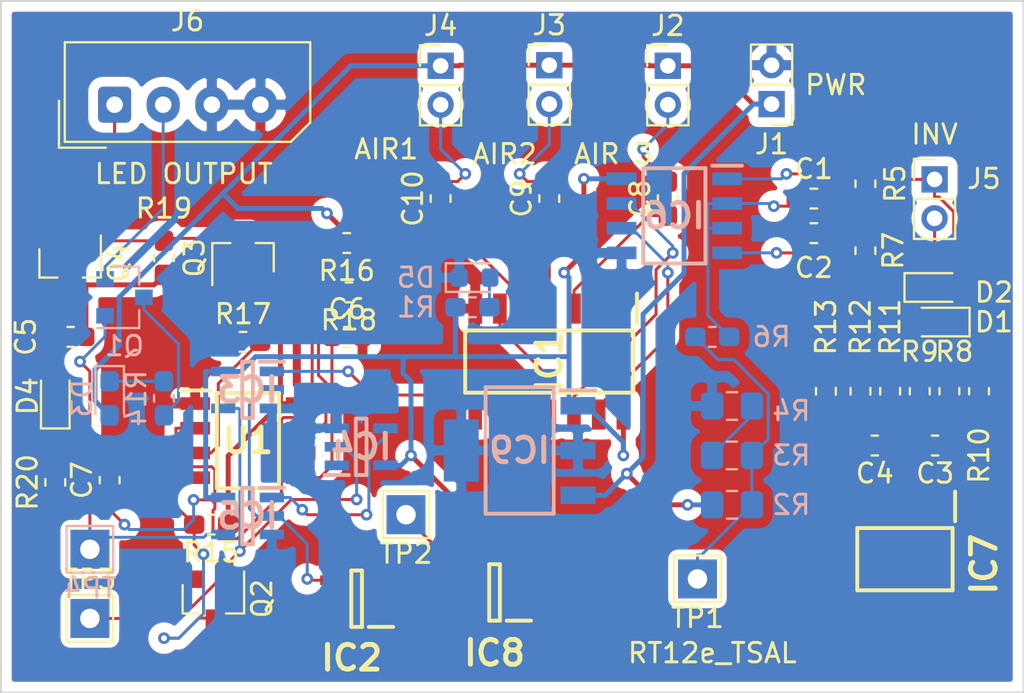
<source format=kicad_pcb>
(kicad_pcb (version 20171130) (host pcbnew "(5.1.4)-1")
  (layers (0 F.Cu signal) (31 B.Cu signal) (34 B.Paste user) (35 F.Paste user hide) (36 B.SilkS user hide) (37 F.SilkS user) (38 B.Mask user) (39 F.Mask user hide) (44 Edge.Cuts user))
  (net 0 "")
  (net 1 "Net-(C1-Pad2)")
  (net 2 "Net-(C1-Pad1)")
  (net 3 GND)
  (net 4 "Net-(C3-Pad1)")
  (net 5 "Net-(D2-Pad1)")
  (net 6 "Net-(IC1-Pad11)")
  (net 7 "Net-(IC1-Pad10)")
  (net 8 "Net-(IC1-Pad9)")
  (net 9 "Net-(IC1-Pad8)")
  (net 10 +12V)
  (net 11 "Net-(IC1-Pad2)")
  (net 12 "Net-(IC1-Pad1)")
  (net 13 "Net-(Q1-Pad3)")
  (net 14 "Net-(Q3-Pad1)")
  (net 15 "Net-(C2-Pad2)")
  (net 16 "Net-(C3-Pad2)")
  (net 17 "Net-(C4-Pad2)")
  (net 18 "Net-(C4-Pad1)")
  (net 19 "Net-(C6-Pad1)")
  (net 20 "Net-(C7-Pad1)")
  (net 21 "/Implausiility Detection/ANALOG_BATT")
  (net 22 "Net-(D1-Pad1)")
  (net 23 "/Implausiility Detection/ANALOG_INV")
  (net 24 "Net-(D3-Pad1)")
  (net 25 /LEDS/RED+)
  (net 26 "Net-(D4-Pad1)")
  (net 27 "Net-(D5-Pad2)")
  (net 28 +5V)
  (net 29 "/Implausiility Detection/U_INV")
  (net 30 "/Implausiility Detection/U_BATT")
  (net 31 "Net-(IC2-Pad4)")
  (net 32 "/Implausiility Detection/TS_ERROR")
  (net 33 "Net-(IC2-Pad1)")
  (net 34 /LEDS/RED)
  (net 35 "Net-(IC4-Pad4)")
  (net 36 "Net-(IC4-Pad1)")
  (net 37 /LEDS/GREEN)
  (net 38 "Net-(IC7-Pad7)")
  (net 39 "Net-(IC7-Pad6)")
  (net 40 /LEDS/GRN+)
  (net 41 "Net-(Q2-Pad3)")
  (net 42 "Net-(Q3-Pad3)")
  (net 43 "/Implausiility Detection/U_ref")
  (net 44 "Net-(R3-Pad2)")
  (net 45 "Net-(R16-Pad2)")
  (net 46 "Net-(R17-Pad2)")
  (net 47 "Net-(C8-Pad2)")
  (net 48 "Net-(C8-Pad1)")
  (net 49 "Net-(C9-Pad2)")
  (net 50 "Net-(C9-Pad1)")
  (net 51 "Net-(C10-Pad2)")
  (net 52 "Net-(C10-Pad1)")
  (module Resistor_SMD:R_0603_1608Metric_Pad1.05x0.95mm_HandSolder (layer F.Cu) (at 115.965 83.312 180)
    (fp_text reference R15 (at 0 -1.43) (layer F.SilkS))
    (fp_text value R_0603_22K_5%)
    (pad 2 smd roundrect (at 0.875 0 180) (size 1.05 0.95) (layers F.Cu F.Paste F.Mask) (net 41 "Net-(Q2-Pad3)"))
    (pad 1 smd roundrect (at -0.875 0 180) (size 1.05 0.95) (layers F.Cu F.Paste F.Mask) (net 10 +12V))
  )
  (module SamacSys_Parts:SOT230P700X180-4N (layer B.Cu) (at 131.826 79.502 180)
    (fp_text reference IC9 (at 0 0) (layer B.SilkS) (effects (font (size 1.27 1.27) (thickness 0.254)) (justify mirror)))
    (fp_text value ZSR500GTA hide)
    (pad 4 smd rect (at 3 0 180) (size 1.8 3.2) (layers B.Cu B.Paste B.Mask) (net 3 GND))
    (pad 3 smd rect (at -3 -2.3 90) (size 0.9 1.8) (layers B.Cu B.Paste B.Mask) (net 10 +12V))
    (pad 2 smd rect (at -3 0 90) (size 0.9 1.8) (layers B.Cu B.Paste B.Mask) (net 3 GND))
    (pad 1 smd rect (at -3 2.3 90) (size 0.9 1.8) (layers B.Cu B.Paste B.Mask) (net 28 +5V))
  )
  (module SamacSys_Parts:SOT95P275X110-5N (layer F.Cu) (at 130.536 86.802 180)
    (fp_text reference IC8 (at 0 -3.114) (layer F.SilkS) (effects (font (size 1.27 1.27) (thickness 0.254))))
    (fp_text value 74LV1T08GVH_AND hide)
    (pad 5 smd rect (at 1.25 -0.95 270) (size 0.5 1.25) (layers F.Cu F.Paste F.Mask) (net 28 +5V))
    (pad 4 smd rect (at 1.25 0.95 270) (size 0.5 1.25) (layers F.Cu F.Paste F.Mask) (net 32 "/Implausiility Detection/TS_ERROR"))
    (pad 3 smd rect (at -1.25 0.95 270) (size 0.5 1.25) (layers F.Cu F.Paste F.Mask) (net 3 GND))
    (pad 2 smd rect (at -1.25 0 270) (size 0.5 1.25) (layers F.Cu F.Paste F.Mask) (net 39 "Net-(IC7-Pad6)"))
    (pad 1 smd rect (at -1.25 -0.95 270) (size 0.5 1.25) (layers F.Cu F.Paste F.Mask) (net 38 "Net-(IC7-Pad7)"))
  )
  (module SamacSys_Parts:SOIC127P599X175-8N (layer F.Cu) (at 151.638 85.09 270)
    (fp_text reference IC7 (at 0.254 -4.064 90) (layer F.SilkS) (effects (font (size 1.27 1.27) (thickness 0.254))))
    (fp_text value LT1720CS8#PBF hide)
    (pad 8 smd rect (at 2.712 -1.905) (size 0.65 1.526) (layers F.Cu F.Paste F.Mask) (net 28 +5V))
    (pad 7 smd rect (at 2.712 -0.635) (size 0.65 1.526) (layers F.Cu F.Paste F.Mask) (net 38 "Net-(IC7-Pad7)"))
    (pad 6 smd rect (at 2.712 0.635) (size 0.65 1.526) (layers F.Cu F.Paste F.Mask) (net 39 "Net-(IC7-Pad6)"))
    (pad 5 smd rect (at 2.712 1.905) (size 0.65 1.526) (layers F.Cu F.Paste F.Mask) (net 3 GND))
    (pad 4 smd rect (at -2.712 1.905) (size 0.65 1.526) (layers F.Cu F.Paste F.Mask) (net 17 "Net-(C4-Pad2)"))
    (pad 3 smd rect (at -2.712 0.635) (size 0.65 1.526) (layers F.Cu F.Paste F.Mask) (net 18 "Net-(C4-Pad1)"))
    (pad 2 smd rect (at -2.712 -0.635) (size 0.65 1.526) (layers F.Cu F.Paste F.Mask) (net 16 "Net-(C3-Pad2)"))
    (pad 1 smd rect (at -2.712 -1.905) (size 0.65 1.526) (layers F.Cu F.Paste F.Mask) (net 4 "Net-(C3-Pad1)"))
  )
  (module SamacSys_Parts:SOIC127P599X175-8N (layer B.Cu) (at 139.782 67.437 180)
    (fp_text reference IC6 (at 0 0) (layer B.SilkS) (effects (font (size 1.27 1.27) (thickness 0.254)) (justify mirror)))
    (fp_text value LT1720CS8#PBF hide)
    (pad 8 smd rect (at 2.712 1.905 90) (size 0.65 1.526) (layers B.Cu B.Paste B.Mask) (net 28 +5V))
    (pad 7 smd rect (at 2.712 0.635 90) (size 0.65 1.526) (layers B.Cu B.Paste B.Mask) (net 30 "/Implausiility Detection/U_BATT"))
    (pad 6 smd rect (at 2.712 -0.635 90) (size 0.65 1.526) (layers B.Cu B.Paste B.Mask) (net 29 "/Implausiility Detection/U_INV"))
    (pad 5 smd rect (at 2.712 -1.905 90) (size 0.65 1.526) (layers B.Cu B.Paste B.Mask) (net 3 GND))
    (pad 4 smd rect (at -2.712 -1.905 90) (size 0.65 1.526) (layers B.Cu B.Paste B.Mask) (net 15 "Net-(C2-Pad2)"))
    (pad 3 smd rect (at -2.712 -0.635 90) (size 0.65 1.526) (layers B.Cu B.Paste B.Mask) (net 1 "Net-(C1-Pad2)"))
    (pad 2 smd rect (at -2.712 0.635 90) (size 0.65 1.526) (layers B.Cu B.Paste B.Mask) (net 1 "Net-(C1-Pad2)"))
    (pad 1 smd rect (at -2.712 1.905 90) (size 0.65 1.526) (layers B.Cu B.Paste B.Mask) (net 2 "Net-(C1-Pad1)"))
  )
  (module SamacSys_Parts:SOT95P275X110-5N (layer B.Cu) (at 117.836 82.87 180)
    (fp_text reference IC5 (at 0 0 180) (layer B.SilkS) (effects (font (size 1.27 1.27) (thickness 0.254)) (justify mirror)))
    (fp_text value 74LV1T08GVH_AND hide)
    (pad 5 smd rect (at 1.25 0.95 90) (size 0.5 1.25) (layers B.Cu B.Paste B.Mask) (net 28 +5V))
    (pad 4 smd rect (at 1.25 -0.95 90) (size 0.5 1.25) (layers B.Cu B.Paste B.Mask) (net 37 /LEDS/GREEN))
    (pad 3 smd rect (at -1.25 -0.95 90) (size 0.5 1.25) (layers B.Cu B.Paste B.Mask) (net 3 GND))
    (pad 2 smd rect (at -1.25 0 90) (size 0.5 1.25) (layers B.Cu B.Paste B.Mask) (net 31 "Net-(IC2-Pad4)"))
    (pad 1 smd rect (at -1.25 0.95 90) (size 0.5 1.25) (layers B.Cu B.Paste B.Mask) (net 35 "Net-(IC4-Pad4)"))
  )
  (module SamacSys_Parts:SOT95P275X110-5N (layer B.Cu) (at 123.678 79.314)
    (fp_text reference IC4 (at 0 0 180) (layer B.SilkS) (effects (font (size 1.27 1.27) (thickness 0.254)) (justify mirror)))
    (fp_text value 74HC1G04GV-Q100H_INV hide)
    (pad 5 smd rect (at 1.25 0.95 270) (size 0.5 1.25) (layers B.Cu B.Paste B.Mask) (net 28 +5V))
    (pad 4 smd rect (at 1.25 -0.95 270) (size 0.5 1.25) (layers B.Cu B.Paste B.Mask) (net 35 "Net-(IC4-Pad4)"))
    (pad 3 smd rect (at -1.25 -0.95 270) (size 0.5 1.25) (layers B.Cu B.Paste B.Mask) (net 3 GND))
    (pad 2 smd rect (at -1.25 0 270) (size 0.5 1.25) (layers B.Cu B.Paste B.Mask) (net 34 /LEDS/RED))
    (pad 1 smd rect (at -1.25 0.95 270) (size 0.5 1.25) (layers B.Cu B.Paste B.Mask) (net 36 "Net-(IC4-Pad1)"))
  )
  (module SamacSys_Parts:SOT95P275X110-5N (layer B.Cu) (at 117.836 76.388 180)
    (fp_text reference IC3 (at 0 0 180) (layer B.SilkS) (effects (font (size 1.27 1.27) (thickness 0.254)) (justify mirror)))
    (fp_text value 74LV1T08GVH_AND hide)
    (pad 5 smd rect (at 1.25 0.95 90) (size 0.5 1.25) (layers B.Cu B.Paste B.Mask) (net 28 +5V))
    (pad 4 smd rect (at 1.25 -0.95 90) (size 0.5 1.25) (layers B.Cu B.Paste B.Mask) (net 34 /LEDS/RED))
    (pad 3 smd rect (at -1.25 -0.95 90) (size 0.5 1.25) (layers B.Cu B.Paste B.Mask) (net 3 GND))
    (pad 2 smd rect (at -1.25 0 90) (size 0.5 1.25) (layers B.Cu B.Paste B.Mask) (net 31 "Net-(IC2-Pad4)"))
    (pad 1 smd rect (at -1.25 0.95 90) (size 0.5 1.25) (layers B.Cu B.Paste B.Mask) (net 7 "Net-(IC1-Pad10)"))
  )
  (module SamacSys_Parts:SOT95P275X110-5N (layer F.Cu) (at 123.444 87.122 180)
    (fp_text reference IC2 (at 0.254 -3.048) (layer F.SilkS) (effects (font (size 1.27 1.27) (thickness 0.254))))
    (fp_text value 74HC1G04GV-Q100H_INV hide)
    (pad 5 smd rect (at 1.25 -0.95 270) (size 0.5 1.25) (layers F.Cu F.Paste F.Mask) (net 28 +5V))
    (pad 4 smd rect (at 1.25 0.95 270) (size 0.5 1.25) (layers F.Cu F.Paste F.Mask) (net 31 "Net-(IC2-Pad4)"))
    (pad 3 smd rect (at -1.25 0.95 270) (size 0.5 1.25) (layers F.Cu F.Paste F.Mask) (net 3 GND))
    (pad 2 smd rect (at -1.25 0 270) (size 0.5 1.25) (layers F.Cu F.Paste F.Mask) (net 32 "/Implausiility Detection/TS_ERROR"))
    (pad 1 smd rect (at -1.25 -0.95 270) (size 0.5 1.25) (layers F.Cu F.Paste F.Mask) (net 33 "Net-(IC2-Pad1)"))
  )
  (module SamacSys_Parts:SOIC127P600X175-14N (layer F.Cu) (at 133.35 74.93 270)
    (fp_text reference IC1 (at 0 0 90) (layer F.SilkS) (effects (font (size 1.27 1.27) (thickness 0.254))))
    (fp_text value 74HCT4075D,653 hide)
    (pad 14 smd rect (at 2.725 -3.81) (size 0.7 1.55) (layers F.Cu F.Paste F.Mask) (net 28 +5V))
    (pad 13 smd rect (at 2.725 -2.54) (size 0.7 1.55) (layers F.Cu F.Paste F.Mask) (net 29 "/Implausiility Detection/U_INV"))
    (pad 12 smd rect (at 2.725 -1.27) (size 0.7 1.55) (layers F.Cu F.Paste F.Mask) (net 30 "/Implausiility Detection/U_BATT"))
    (pad 11 smd rect (at 2.725 0) (size 0.7 1.55) (layers F.Cu F.Paste F.Mask) (net 6 "Net-(IC1-Pad11)"))
    (pad 10 smd rect (at 2.725 1.27) (size 0.7 1.55) (layers F.Cu F.Paste F.Mask) (net 7 "Net-(IC1-Pad10)"))
    (pad 9 smd rect (at 2.725 2.54) (size 0.7 1.55) (layers F.Cu F.Paste F.Mask) (net 8 "Net-(IC1-Pad9)"))
    (pad 8 smd rect (at 2.725 3.81) (size 0.7 1.55) (layers F.Cu F.Paste F.Mask) (net 9 "Net-(IC1-Pad8)"))
    (pad 7 smd rect (at -2.725 3.81) (size 0.7 1.55) (layers F.Cu F.Paste F.Mask) (net 3 GND))
    (pad 6 smd rect (at -2.725 2.54) (size 0.7 1.55) (layers F.Cu F.Paste F.Mask) (net 6 "Net-(IC1-Pad11)"))
    (pad 5 smd rect (at -2.725 1.27) (size 0.7 1.55) (layers F.Cu F.Paste F.Mask) (net 52 "Net-(C10-Pad1)"))
    (pad 4 smd rect (at -2.725 0) (size 0.7 1.55) (layers F.Cu F.Paste F.Mask) (net 50 "Net-(C9-Pad1)"))
    (pad 3 smd rect (at -2.725 -1.27) (size 0.7 1.55) (layers F.Cu F.Paste F.Mask) (net 48 "Net-(C8-Pad1)"))
    (pad 2 smd rect (at -2.725 -2.54) (size 0.7 1.55) (layers F.Cu F.Paste F.Mask) (net 11 "Net-(IC1-Pad2)"))
    (pad 1 smd rect (at -2.725 -3.81) (size 0.7 1.55) (layers F.Cu F.Paste F.Mask) (net 12 "Net-(IC1-Pad1)"))
  )
  (module Connector_PinHeader_2.00mm:PinHeader_1x02_P2.00mm_Vertical (layer F.Cu) (at 144.78 61.69 180)
    (fp_text reference J1 (at 0 -2.06) (layer F.SilkS))
    (fp_text value LVS)
    (pad 2 thru_hole oval (at 0 2 180) (size 1.35 1.35) (drill 0.8) (layers *.Cu *.Mask) (net 3 GND))
    (pad 1 thru_hole rect (at 0 0 180) (size 1.35 1.35) (drill 0.8) (layers *.Cu *.Mask) (net 10 +12V))
  )
  (module SamacSys_Parts:NE555DR (layer F.Cu) (at 117.856 78.994)
    (fp_text reference U1 (at 0 0) (layer F.SilkS) (effects (font (size 1.27 1.27) (thickness 0.254))))
    (fp_text value NE555 hide)
    (pad 8 smd rect (at 2.712 -1.905 90) (size 0.65 1.525) (layers F.Cu F.Paste) (net 10 +12V))
    (pad 7 smd rect (at 2.712 -0.635 90) (size 0.65 1.525) (layers F.Cu F.Paste) (net 45 "Net-(R16-Pad2)"))
    (pad 6 smd rect (at 2.712 0.635 90) (size 0.65 1.525) (layers F.Cu F.Paste) (net 20 "Net-(C7-Pad1)"))
    (pad 5 smd rect (at 2.712 1.905 90) (size 0.65 1.525) (layers F.Cu F.Paste) (net 19 "Net-(C6-Pad1)"))
    (pad 4 smd rect (at -2.712 1.905 90) (size 0.65 1.525) (layers F.Cu F.Paste) (net 41 "Net-(Q2-Pad3)"))
    (pad 3 smd rect (at -2.712 0.635 90) (size 0.65 1.525) (layers F.Cu F.Paste) (net 46 "Net-(R17-Pad2)"))
    (pad 2 smd rect (at -2.712 -0.635 90) (size 0.65 1.525) (layers F.Cu F.Paste) (net 20 "Net-(C7-Pad1)"))
    (pad 1 smd rect (at -2.712 -1.905 90) (size 0.65 1.525) (layers F.Cu F.Paste) (net 3 GND))
  )
  (module TestPoint:TestPoint_THTPad_2.0x2.0mm_Drill1.0mm (layer B.Cu) (at 109.728 84.582)
    (fp_text reference TP4 (at 0 1.998) (layer B.SilkS) (effects (justify mirror)))
    (fp_text value GRN)
    (pad 1 thru_hole rect (at 0 0) (size 2 2) (drill 1) (layers *.Cu *.Mask) (net 37 /LEDS/GREEN))
  )
  (module TestPoint:TestPoint_THTPad_2.0x2.0mm_Drill1.0mm (layer F.Cu) (at 109.728 88.138)
    (fp_text reference TP3 (at 0 -1.998) (layer F.SilkS))
    (fp_text value RED)
    (pad 1 thru_hole rect (at 0 0) (size 2 2) (drill 1) (layers *.Cu *.Mask) (net 34 /LEDS/RED))
  )
  (module TestPoint:TestPoint_THTPad_2.0x2.0mm_Drill1.0mm (layer F.Cu) (at 125.984 82.804 180)
    (fp_text reference TP2 (at 0 -1.998) (layer F.SilkS))
    (fp_text value TS_Error)
    (pad 1 thru_hole rect (at 0 0 180) (size 2 2) (drill 1) (layers *.Cu *.Mask) (net 32 "/Implausiility Detection/TS_ERROR"))
  )
  (module TestPoint:TestPoint_THTPad_2.0x2.0mm_Drill1.0mm (layer F.Cu) (at 140.97 86.106 180)
    (fp_text reference TP1 (at 0 -1.998) (layer F.SilkS))
    (fp_text value Vref)
    (pad 1 thru_hole rect (at 0 0 180) (size 2 2) (drill 1) (layers *.Cu *.Mask) (net 43 "/Implausiility Detection/U_ref"))
  )
  (module Resistor_SMD:R_0603_1608Metric_Pad1.05x0.95mm_HandSolder (layer F.Cu) (at 107.95 81.139 90)
    (fp_text reference R20 (at 0 -1.43 90) (layer F.SilkS))
    (fp_text value R_0603_2K2_5%)
    (pad 2 smd roundrect (at 0.875 0 90) (size 1.05 0.95) (layers F.Cu F.Paste F.Mask) (net 26 "Net-(D4-Pad1)"))
    (pad 1 smd roundrect (at -0.875 0 90) (size 1.05 0.95) (layers F.Cu F.Paste F.Mask) (net 3 GND))
  )
  (module Resistor_SMD:R_0603_1608Metric_Pad1.05x0.95mm_HandSolder (layer F.Cu) (at 113.538 69.596 90)
    (fp_text reference R19 (at 2.54 0 180) (layer F.SilkS))
    (fp_text value R_0603_10K_5%)
    (pad 2 smd roundrect (at 0.875 0 90) (size 1.05 0.95) (layers F.Cu F.Paste F.Mask) (net 42 "Net-(Q3-Pad3)"))
    (pad 1 smd roundrect (at -0.875 0 90) (size 1.05 0.95) (layers F.Cu F.Paste F.Mask) (net 10 +12V))
  )
  (module Resistor_SMD:R_0603_1608Metric_Pad1.05x0.95mm_HandSolder (layer F.Cu) (at 123.049 71.374 180)
    (fp_text reference R18 (at 0 -1.43) (layer F.SilkS))
    (fp_text value R_0603_220K_5%)
    (pad 2 smd roundrect (at 0.875 0 180) (size 1.05 0.95) (layers F.Cu F.Paste F.Mask) (net 20 "Net-(C7-Pad1)"))
    (pad 1 smd roundrect (at -0.875 0 180) (size 1.05 0.95) (layers F.Cu F.Paste F.Mask) (net 45 "Net-(R16-Pad2)"))
  )
  (module Resistor_SMD:R_0603_1608Metric_Pad1.05x0.95mm_HandSolder (layer F.Cu) (at 117.602 73.914)
    (fp_text reference R17 (at 0 -1.43) (layer F.SilkS))
    (fp_text value R_0603_47_5%)
    (pad 2 smd roundrect (at 0.875 0) (size 1.05 0.95) (layers F.Cu F.Paste F.Mask) (net 46 "Net-(R17-Pad2)"))
    (pad 1 smd roundrect (at -0.875 0) (size 1.05 0.95) (layers F.Cu F.Paste F.Mask) (net 14 "Net-(Q3-Pad1)"))
  )
  (module Resistor_SMD:R_0603_1608Metric_Pad1.05x0.95mm_HandSolder (layer F.Cu) (at 122.936 68.834 180)
    (fp_text reference R16 (at 0 -1.43) (layer F.SilkS))
    (fp_text value R_0603_22K_5%)
    (pad 2 smd roundrect (at 0.875 0 180) (size 1.05 0.95) (layers F.Cu F.Paste F.Mask) (net 45 "Net-(R16-Pad2)"))
    (pad 1 smd roundrect (at -0.875 0 180) (size 1.05 0.95) (layers F.Cu F.Paste F.Mask) (net 10 +12V))
  )
  (module Resistor_SMD:R_0603_1608Metric_Pad1.05x0.95mm_HandSolder (layer B.Cu) (at 113.538 76.821 270)
    (fp_text reference R14 (at 0 1.43 270) (layer B.SilkS) (effects (justify mirror)))
    (fp_text value R_0603_2K2_5%)
    (pad 2 smd roundrect (at 0.875 0 270) (size 1.05 0.95) (layers B.Cu B.Paste B.Mask) (net 13 "Net-(Q1-Pad3)"))
    (pad 1 smd roundrect (at -0.875 0 270) (size 1.05 0.95) (layers B.Cu B.Paste B.Mask) (net 24 "Net-(D3-Pad1)"))
  )
  (module Resistor_SMD:R_0603_1608Metric_Pad1.05x0.95mm_HandSolder (layer F.Cu) (at 147.574 76.454 270)
    (fp_text reference R13 (at -3.302 0 90) (layer F.SilkS))
    (fp_text value R_0603_10K_1%)
    (pad 2 smd roundrect (at 0.875 0 270) (size 1.05 0.95) (layers F.Cu F.Paste F.Mask) (net 3 GND))
    (pad 1 smd roundrect (at -0.875 0 270) (size 1.05 0.95) (layers F.Cu F.Paste F.Mask) (net 22 "Net-(D1-Pad1)"))
  )
  (module Resistor_SMD:R_0603_1608Metric_Pad1.05x0.95mm_HandSolder (layer F.Cu) (at 149.352 76.454 270)
    (fp_text reference R12 (at -3.302 0 90) (layer F.SilkS))
    (fp_text value R_0603_100_1%)
    (pad 2 smd roundrect (at 0.875 0 270) (size 1.05 0.95) (layers F.Cu F.Paste F.Mask) (net 17 "Net-(C4-Pad2)"))
    (pad 1 smd roundrect (at -0.875 0 270) (size 1.05 0.95) (layers F.Cu F.Paste F.Mask) (net 22 "Net-(D1-Pad1)"))
  )
  (module Resistor_SMD:R_0603_1608Metric_Pad1.05x0.95mm_HandSolder (layer F.Cu) (at 150.876 76.454 90)
    (fp_text reference R11 (at 3.302 0 90) (layer F.SilkS))
    (fp_text value R_0603_100_1%)
    (pad 2 smd roundrect (at 0.875 0 90) (size 1.05 0.95) (layers F.Cu F.Paste F.Mask) (net 23 "/Implausiility Detection/ANALOG_INV"))
    (pad 1 smd roundrect (at -0.875 0 90) (size 1.05 0.95) (layers F.Cu F.Paste F.Mask) (net 18 "Net-(C4-Pad1)"))
  )
  (module Resistor_SMD:R_0603_1608Metric (layer F.Cu) (at 155.448 76.454 270)
    (fp_text reference R10 (at 3.302 0 270) (layer F.SilkS))
    (fp_text value R_0603_10K_1%)
    (pad 2 smd roundrect (at 0.7875 0 270) (size 0.875 0.95) (layers F.Cu F.Paste F.Mask) (net 3 GND))
    (pad 1 smd roundrect (at -0.7875 0 270) (size 0.875 0.95) (layers F.Cu F.Paste F.Mask) (net 5 "Net-(D2-Pad1)"))
  )
  (module Resistor_SMD:R_0603_1608Metric (layer F.Cu) (at 152.4 76.454 270)
    (fp_text reference R9 (at -2.032 0 180) (layer F.SilkS))
    (fp_text value R_0603_100_1%)
    (pad 2 smd roundrect (at 0.7875 0 270) (size 0.875 0.95) (layers F.Cu F.Paste F.Mask) (net 16 "Net-(C3-Pad2)"))
    (pad 1 smd roundrect (at -0.7875 0 270) (size 0.875 0.95) (layers F.Cu F.Paste F.Mask) (net 5 "Net-(D2-Pad1)"))
  )
  (module Resistor_SMD:R_0603_1608Metric (layer F.Cu) (at 153.924 76.454 90)
    (fp_text reference R8 (at 2.032 0.254 180) (layer F.SilkS))
    (fp_text value R_0603_100_1%)
    (pad 2 smd roundrect (at 0.7875 0 90) (size 0.875 0.95) (layers F.Cu F.Paste F.Mask) (net 21 "/Implausiility Detection/ANALOG_BATT"))
    (pad 1 smd roundrect (at -0.7875 0 90) (size 0.875 0.95) (layers F.Cu F.Paste F.Mask) (net 4 "Net-(C3-Pad1)"))
  )
  (module Resistor_SMD:R_0603_1608Metric_Pad1.05x0.95mm_HandSolder (layer F.Cu) (at 149.606 69.229 270)
    (fp_text reference R7 (at 0 -1.43 90) (layer F.SilkS))
    (fp_text value R_0603_100_1%)
    (pad 2 smd roundrect (at 0.875 0 270) (size 1.05 0.95) (layers F.Cu F.Paste F.Mask) (net 23 "/Implausiility Detection/ANALOG_INV"))
    (pad 1 smd roundrect (at -0.875 0 270) (size 1.05 0.95) (layers F.Cu F.Paste F.Mask) (net 15 "Net-(C2-Pad2)"))
  )
  (module Resistor_SMD:R_0603_1608Metric_Pad1.05x0.95mm_HandSolder (layer B.Cu) (at 141.732 73.66)
    (fp_text reference R6 (at 3.048 0) (layer B.SilkS) (effects (justify mirror)))
    (fp_text value R_0603_100_1%)
    (pad 2 smd roundrect (at 0.875 0) (size 1.05 0.95) (layers B.Cu B.Paste B.Mask) (net 1 "Net-(C1-Pad2)"))
    (pad 1 smd roundrect (at -0.875 0) (size 1.05 0.95) (layers B.Cu B.Paste B.Mask) (net 43 "/Implausiility Detection/U_ref"))
  )
  (module Resistor_SMD:R_0603_1608Metric_Pad1.05x0.95mm_HandSolder (layer F.Cu) (at 149.606 65.786 90)
    (fp_text reference R5 (at 0 1.524 90) (layer F.SilkS))
    (fp_text value R_0603_100_1%)
    (pad 2 smd roundrect (at 0.875 0 90) (size 1.05 0.95) (layers F.Cu F.Paste F.Mask) (net 21 "/Implausiility Detection/ANALOG_BATT"))
    (pad 1 smd roundrect (at -0.875 0 90) (size 1.05 0.95) (layers F.Cu F.Paste F.Mask) (net 2 "Net-(C1-Pad1)"))
  )
  (module Resistor_SMD:R_0805_2012Metric_Pad1.15x1.40mm_HandSolder (layer B.Cu) (at 142.748 77.216 180)
    (fp_text reference R4 (at -3.048 -0.254) (layer B.SilkS) (effects (justify mirror)))
    (fp_text value R_0805_575_1%)
    (pad 2 smd roundrect (at 1.025 0 180) (size 1.15 1.4) (layers B.Cu B.Paste B.Mask) (roundrect_rratio 0.217391) (net 3 GND))
    (pad 1 smd roundrect (at -1.025 0 180) (size 1.15 1.4) (layers B.Cu B.Paste B.Mask) (roundrect_rratio 0.217391) (net 44 "Net-(R3-Pad2)"))
  )
  (module Resistor_SMD:R_0805_2012Metric_Pad1.15x1.40mm_HandSolder (layer B.Cu) (at 142.739 79.756 180)
    (fp_text reference R3 (at -3.057 0) (layer B.SilkS) (effects (justify mirror)))
    (fp_text value R_0805_575_1%)
    (pad 2 smd roundrect (at 1.025 0 180) (size 1.15 1.4) (layers B.Cu B.Paste B.Mask) (roundrect_rratio 0.217391) (net 44 "Net-(R3-Pad2)"))
    (pad 1 smd roundrect (at -1.025 0 180) (size 1.15 1.4) (layers B.Cu B.Paste B.Mask) (roundrect_rratio 0.217391) (net 43 "/Implausiility Detection/U_ref"))
  )
  (module Resistor_SMD:R_0805_2012Metric_Pad1.15x1.40mm_HandSolder (layer B.Cu) (at 142.748 82.296)
    (fp_text reference R2 (at 3.048 0) (layer B.SilkS) (effects (justify mirror)))
    (fp_text value R_0805_2320_1%)
    (pad 2 smd roundrect (at 1.025 0) (size 1.15 1.4) (layers B.Cu B.Paste B.Mask) (roundrect_rratio 0.217391) (net 43 "/Implausiility Detection/U_ref"))
    (pad 1 smd roundrect (at -1.025 0) (size 1.15 1.4) (layers B.Cu B.Paste B.Mask) (roundrect_rratio 0.217391) (net 10 +12V))
  )
  (module Resistor_SMD:R_0603_1608Metric_Pad1.05x0.95mm_HandSolder (layer B.Cu) (at 129.399 72.136)
    (fp_text reference R1 (at -2.907 0) (layer B.SilkS) (effects (justify mirror)))
    (fp_text value R_0603_1K_5%)
    (pad 2 smd roundrect (at 0.875 0) (size 1.05 0.95) (layers B.Cu B.Paste B.Mask) (net 27 "Net-(D5-Pad2)"))
    (pad 1 smd roundrect (at -0.875 0) (size 1.05 0.95) (layers B.Cu B.Paste B.Mask) (net 28 +5V))
  )
  (module Package_TO_SOT_SMD:SOT-23 (layer F.Cu) (at 108.712 69.85 270)
    (fp_text reference Q4 (at 0 -2.5 90) (layer F.SilkS))
    (fp_text value BSS84)
    (pad 3 smd rect (at 1 0 270) (size 0.9 0.8) (layers F.Cu F.Paste F.Mask) (net 10 +12V))
    (pad 2 smd rect (at -1 0.95 270) (size 0.9 0.8) (layers F.Cu F.Paste F.Mask) (net 25 /LEDS/RED+))
    (pad 1 smd rect (at -1 -0.95 270) (size 0.9 0.8) (layers F.Cu F.Paste F.Mask) (net 42 "Net-(Q3-Pad3)"))
  )
  (module Package_TO_SOT_SMD:SOT-23 (layer F.Cu) (at 117.602 69.596 90)
    (fp_text reference Q3 (at 0 -2.5 90) (layer F.SilkS))
    (fp_text value BSS123)
    (pad 3 smd rect (at 1 0 90) (size 0.9 0.8) (layers F.Cu F.Paste F.Mask) (net 42 "Net-(Q3-Pad3)"))
    (pad 2 smd rect (at -1 0.95 90) (size 0.9 0.8) (layers F.Cu F.Paste F.Mask) (net 3 GND))
    (pad 1 smd rect (at -1 -0.95 90) (size 0.9 0.8) (layers F.Cu F.Paste F.Mask) (net 14 "Net-(Q3-Pad1)"))
  )
  (module Package_TO_SOT_SMD:SOT-23 (layer F.Cu) (at 116.078 87.122 270)
    (fp_text reference Q2 (at 0 -2.5 90) (layer F.SilkS))
    (fp_text value BSS123)
    (pad 3 smd rect (at 1 0 270) (size 0.9 0.8) (layers F.Cu F.Paste F.Mask) (net 41 "Net-(Q2-Pad3)"))
    (pad 2 smd rect (at -1 0.95 270) (size 0.9 0.8) (layers F.Cu F.Paste F.Mask) (net 3 GND))
    (pad 1 smd rect (at -1 -0.95 270) (size 0.9 0.8) (layers F.Cu F.Paste F.Mask) (net 34 /LEDS/RED))
  )
  (module Package_TO_SOT_SMD:SOT-23 (layer B.Cu) (at 111.506 71.628)
    (fp_text reference Q1 (at 0 2.5 180) (layer B.SilkS) (effects (justify mirror)))
    (fp_text value BSS123)
    (pad 3 smd rect (at 1 0) (size 0.9 0.8) (layers B.Cu B.Paste B.Mask) (net 13 "Net-(Q1-Pad3)"))
    (pad 2 smd rect (at -1 -0.95) (size 0.9 0.8) (layers B.Cu B.Paste B.Mask) (net 40 /LEDS/GRN+))
    (pad 1 smd rect (at -1 0.95) (size 0.9 0.8) (layers B.Cu B.Paste B.Mask) (net 37 /LEDS/GREEN))
  )
  (module Connector_Molex:Molex_SPOX_5267-04A_1x04_P2.50mm_Vertical (layer F.Cu) (at 110.998 61.722)
    (fp_text reference J6 (at 3.75 -4.3) (layer F.SilkS))
    (fp_text value INDICATOR_LED)
    (pad 4 thru_hole oval (at 7.5 0) (size 1.7 1.85) (drill 0.85) (layers *.Cu *.Mask) (net 3 GND))
    (pad 3 thru_hole oval (at 5 0) (size 1.7 1.85) (drill 0.85) (layers *.Cu *.Mask) (net 3 GND))
    (pad 2 thru_hole oval (at 2.5 0) (size 1.7 1.85) (drill 0.85) (layers *.Cu *.Mask) (net 40 /LEDS/GRN+))
    (pad 1 thru_hole roundrect (at 0 0) (size 1.7 1.85) (drill 0.85) (layers *.Cu *.Mask) (roundrect_rratio 0.147059) (net 25 /LEDS/RED+))
  )
  (module Connector_PinHeader_2.00mm:PinHeader_1x02_P2.00mm_Vertical (layer F.Cu) (at 153.162 65.564)
    (fp_text reference J5 (at 2.54 -0.032) (layer F.SilkS))
    (fp_text value BATT_n_INV)
    (pad 2 thru_hole oval (at 0 2) (size 1.35 1.35) (drill 0.8) (layers *.Cu *.Mask) (net 23 "/Implausiility Detection/ANALOG_INV"))
    (pad 1 thru_hole rect (at 0 0) (size 1.35 1.35) (drill 0.8) (layers *.Cu *.Mask) (net 21 "/Implausiility Detection/ANALOG_BATT"))
  )
  (module Connector_PinHeader_2.00mm:PinHeader_1x02_P2.00mm_Vertical (layer F.Cu) (at 127.762 59.722)
    (fp_text reference J4 (at 0 -2.06) (layer F.SilkS))
    (fp_text value AIR_PRE)
    (pad 2 thru_hole oval (at 0 2) (size 1.35 1.35) (drill 0.8) (layers *.Cu *.Mask) (net 51 "Net-(C10-Pad2)"))
    (pad 1 thru_hole rect (at 0 0) (size 1.35 1.35) (drill 0.8) (layers *.Cu *.Mask) (net 10 +12V))
  )
  (module Connector_PinHeader_2.00mm:PinHeader_1x02_P2.00mm_Vertical (layer F.Cu) (at 133.35 59.69)
    (fp_text reference J3 (at 0 -2.06) (layer F.SilkS))
    (fp_text value AIR2)
    (pad 2 thru_hole oval (at 0 2) (size 1.35 1.35) (drill 0.8) (layers *.Cu *.Mask) (net 49 "Net-(C9-Pad2)"))
    (pad 1 thru_hole rect (at 0 0) (size 1.35 1.35) (drill 0.8) (layers *.Cu *.Mask) (net 10 +12V))
  )
  (module Connector_PinHeader_2.00mm:PinHeader_1x02_P2.00mm_Vertical (layer F.Cu) (at 139.446 59.722)
    (fp_text reference J2 (at 0 -2.06) (layer F.SilkS))
    (fp_text value AIR1)
    (pad 2 thru_hole oval (at 0 2) (size 1.35 1.35) (drill 0.8) (layers *.Cu *.Mask) (net 47 "Net-(C8-Pad2)"))
    (pad 1 thru_hole rect (at 0 0) (size 1.35 1.35) (drill 0.8) (layers *.Cu *.Mask) (net 10 +12V))
  )
  (module LED_SMD:LED_0603_1608Metric (layer B.Cu) (at 129.514 70.612)
    (fp_text reference D5 (at -3.022 0) (layer B.SilkS) (effects (justify mirror)))
    (fp_text value VCC)
    (pad 2 smd roundrect (at 0.7875 0) (size 0.875 0.95) (layers B.Cu B.Paste B.Mask) (net 27 "Net-(D5-Pad2)"))
    (pad 1 smd roundrect (at -0.7875 0) (size 0.875 0.95) (layers B.Cu B.Paste B.Mask) (net 3 GND))
  )
  (module Diode_SMD:D_0603_1608Metric_Pad1.05x0.95mm_HandSolder (layer F.Cu) (at 107.95 76.708 90)
    (fp_text reference D4 (at 0 -1.43 90) (layer F.SilkS))
    (fp_text value D_LED_0603_RED_20mA)
    (pad 2 smd roundrect (at 0.875 0 90) (size 1.05 0.95) (layers F.Cu F.Paste F.Mask) (net 25 /LEDS/RED+))
    (pad 1 smd roundrect (at -0.875 0 90) (size 1.05 0.95) (layers F.Cu F.Paste F.Mask) (net 26 "Net-(D4-Pad1)"))
  )
  (module Diode_SMD:D_0603_1608Metric_Pad1.05x0.95mm_HandSolder (layer B.Cu) (at 110.744 76.821 270)
    (fp_text reference D3 (at 0 1.43 270) (layer B.SilkS) (effects (justify mirror)))
    (fp_text value D_LED_0603_GREEN_20mA)
    (pad 2 smd roundrect (at 0.875 0 270) (size 1.05 0.95) (layers B.Cu B.Paste B.Mask) (net 10 +12V))
    (pad 1 smd roundrect (at -0.875 0 270) (size 1.05 0.95) (layers B.Cu B.Paste B.Mask) (net 24 "Net-(D3-Pad1)"))
  )
  (module Diode_SMD:D_0603_1608Metric_Pad1.05x0.95mm_HandSolder (layer F.Cu) (at 153.303 72.898 180)
    (fp_text reference D2 (at -2.907 1.524) (layer F.SilkS))
    (fp_text value 0.2)
    (pad 2 smd roundrect (at 0.875 0 180) (size 1.05 0.95) (layers F.Cu F.Paste F.Mask) (net 23 "/Implausiility Detection/ANALOG_INV"))
    (pad 1 smd roundrect (at -0.875 0 180) (size 1.05 0.95) (layers F.Cu F.Paste F.Mask) (net 5 "Net-(D2-Pad1)"))
  )
  (module Diode_SMD:D_0603_1608Metric_Pad1.05x0.95mm_HandSolder (layer F.Cu) (at 153.275 71.12)
    (fp_text reference D1 (at 2.935 1.778) (layer F.SilkS))
    (fp_text value 0.2V)
    (pad 2 smd roundrect (at 0.875 0) (size 1.05 0.95) (layers F.Cu F.Paste F.Mask) (net 21 "/Implausiility Detection/ANALOG_BATT"))
    (pad 1 smd roundrect (at -0.875 0) (size 1.05 0.95) (layers F.Cu F.Paste F.Mask) (net 22 "Net-(D1-Pad1)"))
  )
  (module Capacitor_SMD:C_0603_1608Metric_Pad1.05x0.95mm_HandSolder (layer F.Cu) (at 127.762 66.548 90)
    (fp_text reference C10 (at 0 -1.43 90) (layer F.SilkS))
    (fp_text value 100n)
    (pad 2 smd roundrect (at 0.875 0 90) (size 1.05 0.95) (layers F.Cu F.Paste F.Mask) (net 51 "Net-(C10-Pad2)"))
    (pad 1 smd roundrect (at -0.875 0 90) (size 1.05 0.95) (layers F.Cu F.Paste F.Mask) (net 52 "Net-(C10-Pad1)"))
  )
  (module Capacitor_SMD:C_0603_1608Metric_Pad1.05x0.95mm_HandSolder (layer F.Cu) (at 133.35 66.548 90)
    (fp_text reference C9 (at 0 -1.43 90) (layer F.SilkS))
    (fp_text value 100n)
    (pad 2 smd roundrect (at 0.875 0 90) (size 1.05 0.95) (layers F.Cu F.Paste F.Mask) (net 49 "Net-(C9-Pad2)"))
    (pad 1 smd roundrect (at -0.875 0 90) (size 1.05 0.95) (layers F.Cu F.Paste F.Mask) (net 50 "Net-(C9-Pad1)"))
  )
  (module Capacitor_SMD:C_0603_1608Metric_Pad1.05x0.95mm_HandSolder (layer F.Cu) (at 139.446 66.548 90)
    (fp_text reference C8 (at 0 -1.43 90) (layer F.SilkS))
    (fp_text value 100n)
    (pad 2 smd roundrect (at 0.875 0 90) (size 1.05 0.95) (layers F.Cu F.Paste F.Mask) (net 47 "Net-(C8-Pad2)"))
    (pad 1 smd roundrect (at -0.875 0 90) (size 1.05 0.95) (layers F.Cu F.Paste F.Mask) (net 48 "Net-(C8-Pad1)"))
  )
  (module Capacitor_SMD:C_0603_1608Metric (layer F.Cu) (at 110.744 81.026 90)
    (fp_text reference C7 (at 0 -1.43 90) (layer F.SilkS))
    (fp_text value CC_0603_1uF_14V)
    (pad 2 smd roundrect (at 0.7875 0 90) (size 0.875 0.95) (layers F.Cu F.Paste F.Mask) (net 3 GND))
    (pad 1 smd roundrect (at -0.7875 0 90) (size 0.875 0.95) (layers F.Cu F.Paste F.Mask) (net 20 "Net-(C7-Pad1)"))
  )
  (module Capacitor_SMD:C_0603_1608Metric (layer F.Cu) (at 122.962 73.66)
    (fp_text reference C6 (at 0 -1.43) (layer F.SilkS))
    (fp_text value CC_0603_100nF_14V)
    (pad 2 smd roundrect (at 0.7875 0) (size 0.875 0.95) (layers F.Cu F.Paste F.Mask) (net 3 GND))
    (pad 1 smd roundrect (at -0.7875 0) (size 0.875 0.95) (layers F.Cu F.Paste F.Mask) (net 19 "Net-(C6-Pad1)"))
  )
  (module Capacitor_SMD:C_0603_1608Metric (layer F.Cu) (at 108.738 73.66 180)
    (fp_text reference C5 (at 2.312 0 90) (layer F.SilkS))
    (fp_text value CC_0603_100nF_14V)
    (pad 2 smd roundrect (at 0.7875 0 180) (size 0.875 0.95) (layers F.Cu F.Paste F.Mask) (net 3 GND))
    (pad 1 smd roundrect (at -0.7875 0 180) (size 0.875 0.95) (layers F.Cu F.Paste F.Mask) (net 10 +12V))
  )
  (module Capacitor_SMD:C_0603_1608Metric (layer F.Cu) (at 150.088 79.248 180)
    (fp_text reference C4 (at 0 -1.43) (layer F.SilkS))
    (fp_text value CC_0603_10nF_14V)
    (pad 2 smd roundrect (at 0.7875 0 180) (size 0.875 0.95) (layers F.Cu F.Paste F.Mask) (net 17 "Net-(C4-Pad2)"))
    (pad 1 smd roundrect (at -0.7875 0 180) (size 0.875 0.95) (layers F.Cu F.Paste F.Mask) (net 18 "Net-(C4-Pad1)"))
  )
  (module Capacitor_SMD:C_0603_1608Metric (layer F.Cu) (at 153.188 79.248 180)
    (fp_text reference C3 (at 0 -1.43) (layer F.SilkS))
    (fp_text value CC_0603_10nF_14V)
    (pad 2 smd roundrect (at 0.7875 0 180) (size 0.875 0.95) (layers F.Cu F.Paste F.Mask) (net 16 "Net-(C3-Pad2)"))
    (pad 1 smd roundrect (at -0.7875 0 180) (size 0.875 0.95) (layers F.Cu F.Paste F.Mask) (net 4 "Net-(C3-Pad1)"))
  )
  (module Capacitor_SMD:C_0603_1608Metric_Pad1.05x0.95mm_HandSolder (layer F.Cu) (at 146.953 68.326)
    (fp_text reference C2 (at 0 1.778) (layer F.SilkS))
    (fp_text value CC_0603_10nF_14V)
    (pad 2 smd roundrect (at 0.875 0) (size 1.05 0.95) (layers F.Cu F.Paste F.Mask) (net 15 "Net-(C2-Pad2)"))
    (pad 1 smd roundrect (at -0.875 0) (size 1.05 0.95) (layers F.Cu F.Paste F.Mask) (net 1 "Net-(C1-Pad2)"))
  )
  (module Capacitor_SMD:C_0603_1608Metric_Pad1.05x0.95mm_HandSolder (layer F.Cu) (at 146.953 66.548 180)
    (fp_text reference C1 (at 0 1.524) (layer F.SilkS))
    (fp_text value CC_0603_10nF_14V)
    (pad 2 smd roundrect (at 0.875 0 180) (size 1.05 0.95) (layers F.Cu F.Paste F.Mask) (net 1 "Net-(C1-Pad2)"))
    (pad 1 smd roundrect (at -0.875 0 180) (size 1.05 0.95) (layers F.Cu F.Paste F.Mask) (net 2 "Net-(C1-Pad1)"))
  )
  (gr_text RT12e_TSAL (at 141.732 89.916) (layer F.SilkS) (effects (font (size 1 1))))
  (gr_text PWR (at 148.082 60.706) (layer F.SilkS) (effects (font (size 1 1))))
  (gr_text "LED OUTPUT" (at 114.554 65.278) (layer F.SilkS) (effects (font (size 1 1))))
  (gr_text "INV\n" (at 153.162 63.246) (layer F.SilkS) (effects (font (size 1 1))))
  (gr_text "AIR 3\n" (at 136.652 64.262) (layer F.SilkS) (effects (font (size 1 1))))
  (gr_text "AIR2\n" (at 131.064 64.262) (layer F.SilkS) (effects (font (size 1 1))))
  (gr_text "AIR1\n" (at 124.968 64.008) (layer F.SilkS) (effects (font (size 1 1))))
  (gr_line (start 105.156 91.44) (end 105.156 91.948) (layer Edge.Cuts) (width 0.1))
  (gr_line (start 157.734 91.44) (end 157.734 91.948) (layer Edge.Cuts) (width 0.1))
  (gr_line (start 157.226 91.948) (end 157.734 91.948) (layer Edge.Cuts) (width 0.1))
  (gr_line (start 157.226 56.388) (end 157.734 56.388) (layer Edge.Cuts) (width 0.1))
  (gr_line (start 105.156 91.948) (end 106.172 91.948) (layer Edge.Cuts) (width 0.1))
  (gr_line (start 105.156 90.678) (end 105.156 91.44) (layer Edge.Cuts) (width 0.1))
  (gr_line (start 105.156 56.388) (end 106.172 56.388) (layer Edge.Cuts) (width 0.1))
  (gr_line (start 105.156 56.896) (end 105.156 56.388) (layer Edge.Cuts) (width 0.1))
  (gr_line (start 157.734 91.44) (end 157.734 90.678) (layer Edge.Cuts) (width 0.1))
  (gr_line (start 157.226 56.388) (end 106.172 56.388) (layer Edge.Cuts) (width 0.1))
  (gr_line (start 157.734 90.678) (end 157.734 57.15) (layer Edge.Cuts) (width 0.1))
  (gr_line (start 157.734 57.15) (end 157.734 56.388) (layer Edge.Cuts) (width 0.1))
  (gr_line (start 106.172 91.948) (end 157.226 91.948) (layer Edge.Cuts) (width 0.1))
  (gr_line (start 105.156 56.896) (end 105.156 90.678) (layer Edge.Cuts) (width 0.1))
  (segment (start 146.078 66.9395) (end 146.078 68.326) (width 0.1524) (layer F.Cu) (net 1))
  (segment (start 146.078 66.548) (end 146.078 66.9395) (width 0.1524) (layer F.Cu) (net 1))
  (segment (start 141.5021 68.072) (end 141.5021 72.5551) (width 0.1524) (layer B.Cu) (net 1))
  (segment (start 141.5021 72.5551) (end 142.607 73.66) (width 0.1524) (layer B.Cu) (net 1))
  (segment (start 141.5784 68.072) (end 141.5021 68.072) (width 0.1524) (layer B.Cu) (net 1))
  (segment (start 142.494 68.072) (end 141.5784 68.072) (width 0.1524) (layer B.Cu) (net 1))
  (segment (start 142.494 66.802) (end 141.5021 66.802) (width 0.1524) (layer B.Cu) (net 1))
  (segment (start 141.5021 66.802) (end 141.5021 68.072) (width 0.1524) (layer B.Cu) (net 1))
  (via (at 144.8965 66.9395) (size 0.6) (drill 0.3) (layers F.Cu B.Cu) (net 1))
  (segment (start 144.759 66.802) (end 144.8965 66.9395) (width 0.1524) (layer B.Cu) (net 1))
  (segment (start 142.494 66.802) (end 144.759 66.802) (width 0.1524) (layer B.Cu) (net 1))
  (segment (start 146.078 66.9395) (end 144.8965 66.9395) (width 0.1524) (layer F.Cu) (net 1))
  (segment (start 147.828 66.548) (end 149.493 66.548) (width 0.1524) (layer F.Cu) (net 2))
  (segment (start 149.493 66.548) (end 149.606 66.661) (width 0.1524) (layer F.Cu) (net 2))
  (via (at 145.542 65.278) (size 0.6) (drill 0.3) (layers F.Cu B.Cu) (net 2))
  (segment (start 146.558 65.278) (end 145.966264 65.278) (width 0.1524) (layer F.Cu) (net 2))
  (segment (start 145.966264 65.278) (end 145.542 65.278) (width 0.1524) (layer F.Cu) (net 2))
  (segment (start 147.828 66.548) (end 146.558 65.278) (width 0.1524) (layer F.Cu) (net 2))
  (segment (start 145.288 65.532) (end 145.542 65.278) (width 0.1524) (layer B.Cu) (net 2))
  (segment (start 142.494 65.532) (end 145.288 65.532) (width 0.1524) (layer B.Cu) (net 2))
  (segment (start 153.9755 79.248) (end 153.924 79.1965) (width 0.1524) (layer F.Cu) (net 4))
  (segment (start 153.924 79.1965) (end 153.924 77.2415) (width 0.1524) (layer F.Cu) (net 4))
  (segment (start 153.9755 80.9536) (end 153.9755 79.248) (width 0.1524) (layer F.Cu) (net 4))
  (segment (start 153.543 82.378) (end 153.543 81.3861) (width 0.1524) (layer F.Cu) (net 4))
  (segment (start 153.543 81.3861) (end 153.9755 80.9536) (width 0.1524) (layer F.Cu) (net 4))
  (segment (start 153.924 74.1425) (end 154.178 73.8885) (width 0.1524) (layer F.Cu) (net 5))
  (segment (start 154.178 73.8885) (end 154.178 72.898) (width 0.1524) (layer F.Cu) (net 5))
  (segment (start 152.4 75.6665) (end 153.924 74.1425) (width 0.1524) (layer F.Cu) (net 5))
  (segment (start 153.924 74.1425) (end 155.448 75.6665) (width 0.1524) (layer F.Cu) (net 5))
  (segment (start 130.81 72.205) (end 130.81 73.2089) (width 0.1524) (layer F.Cu) (net 6))
  (segment (start 130.81 73.2089) (end 133.35 75.7489) (width 0.1524) (layer F.Cu) (net 6))
  (segment (start 133.35 75.7489) (end 133.35 77.655) (width 0.1524) (layer F.Cu) (net 6))
  (segment (start 132.08 76.6511) (end 124.2267 76.6511) (width 0.1524) (layer F.Cu) (net 7))
  (segment (start 124.2267 76.6511) (end 123.0086 75.433) (width 0.1524) (layer F.Cu) (net 7))
  (segment (start 119.9399 75.438) (end 119.9449 75.433) (width 0.1524) (layer B.Cu) (net 7))
  (segment (start 119.9449 75.433) (end 123.0086 75.433) (width 0.1524) (layer B.Cu) (net 7))
  (segment (start 119.086 75.438) (end 119.9399 75.438) (width 0.1524) (layer B.Cu) (net 7))
  (segment (start 132.08 77.655) (end 132.08 76.6511) (width 0.1524) (layer F.Cu) (net 7))
  (via (at 123.0086 75.433) (size 0.6) (layers F.Cu B.Cu) (net 7))
  (segment (start 139.446 59.722) (end 138.4913 59.722) (width 0.254) (layer F.Cu) (net 10))
  (segment (start 133.35 59.69) (end 138.4593 59.69) (width 0.254) (layer F.Cu) (net 10))
  (segment (start 138.4593 59.69) (end 138.4913 59.722) (width 0.254) (layer F.Cu) (net 10))
  (segment (start 128.7167 59.722) (end 128.7487 59.69) (width 0.254) (layer F.Cu) (net 10))
  (segment (start 128.7487 59.69) (end 133.35 59.69) (width 0.254) (layer F.Cu) (net 10))
  (segment (start 110.744 77.696) (end 109.9882 76.9402) (width 0.254) (layer B.Cu) (net 10))
  (segment (start 109.9882 76.9402) (end 109.9882 75.3449) (width 0.254) (layer B.Cu) (net 10))
  (segment (start 109.9882 75.3449) (end 111.2358 74.0973) (width 0.254) (layer B.Cu) (net 10))
  (segment (start 111.2358 74.0973) (end 111.2358 71.6218) (width 0.254) (layer B.Cu) (net 10))
  (segment (start 123.1356 59.722) (end 127.762 59.722) (width 0.254) (layer B.Cu) (net 10))
  (segment (start 109.5255 70.9838) (end 109.3917 70.85) (width 0.254) (layer F.Cu) (net 10))
  (segment (start 109.5255 73.66) (end 109.5255 70.9838) (width 0.254) (layer F.Cu) (net 10))
  (segment (start 109.5255 70.9838) (end 113.0252 70.9838) (width 0.254) (layer F.Cu) (net 10))
  (segment (start 113.0252 70.9838) (end 113.538 70.471) (width 0.254) (layer F.Cu) (net 10))
  (segment (start 108.712 70.85) (end 109.3917 70.85) (width 0.254) (layer F.Cu) (net 10))
  (segment (start 127.762 59.722) (end 128.7167 59.722) (width 0.254) (layer F.Cu) (net 10))
  (segment (start 119.5258 77.089) (end 116.84 79.7748) (width 0.254) (layer F.Cu) (net 10))
  (segment (start 116.84 79.7748) (end 116.84 83.312) (width 0.254) (layer F.Cu) (net 10))
  (segment (start 120.568 77.089) (end 119.5258 77.089) (width 0.254) (layer F.Cu) (net 10))
  (segment (start 144.78 61.69) (end 143.8253 61.69) (width 0.254) (layer F.Cu) (net 10))
  (segment (start 139.446 59.722) (end 141.8573 59.722) (width 0.254) (layer F.Cu) (net 10))
  (segment (start 141.8573 59.722) (end 143.8253 61.69) (width 0.254) (layer F.Cu) (net 10))
  (segment (start 119.5258 72.8689) (end 119.5258 77.089) (width 0.254) (layer F.Cu) (net 10))
  (segment (start 117.602 70.9451) (end 119.5258 72.8689) (width 0.254) (layer F.Cu) (net 10))
  (segment (start 117.602 70.06025) (end 117.602 70.9451) (width 0.254) (layer F.Cu) (net 10))
  (segment (start 117.13775 69.596) (end 117.602 70.06025) (width 0.254) (layer F.Cu) (net 10))
  (segment (start 113.538 70.471) (end 114.413 69.596) (width 0.254) (layer F.Cu) (net 10))
  (segment (start 114.413 69.596) (end 117.13775 69.596) (width 0.254) (layer F.Cu) (net 10))
  (via (at 121.92 67.31) (size 0.6) (drill 0.3) (layers F.Cu B.Cu) (net 10))
  (segment (start 123.811 68.834) (end 123.444 68.834) (width 0.254) (layer F.Cu) (net 10))
  (segment (start 123.444 68.834) (end 121.92 67.31) (width 0.254) (layer F.Cu) (net 10))
  (segment (start 111.2358 71.6218) (end 116.5748 66.2828) (width 0.254) (layer B.Cu) (net 10))
  (segment (start 116.5748 66.2828) (end 123.1356 59.722) (width 0.254) (layer B.Cu) (net 10))
  (segment (start 117.348 67.056) (end 116.5748 66.2828) (width 0.254) (layer B.Cu) (net 10))
  (segment (start 121.92 67.31) (end 121.666 67.056) (width 0.254) (layer B.Cu) (net 10))
  (segment (start 121.666 67.056) (end 117.348 67.056) (width 0.254) (layer B.Cu) (net 10))
  (segment (start 134.826 81.802) (end 136.225514 81.802) (width 0.254) (layer B.Cu) (net 10))
  (via (at 140.462 82.296) (size 0.6) (drill 0.3) (layers F.Cu B.Cu) (net 10))
  (segment (start 141.723 82.296) (end 140.462 82.296) (width 0.254) (layer B.Cu) (net 10))
  (via (at 137.334757 80.692757) (size 0.6) (drill 0.3) (layers F.Cu B.Cu) (net 10))
  (segment (start 138.938 82.296) (end 137.334757 80.692757) (width 0.254) (layer F.Cu) (net 10))
  (segment (start 140.462 82.296) (end 138.938 82.296) (width 0.254) (layer F.Cu) (net 10))
  (segment (start 136.225514 81.802) (end 137.334757 80.692757) (width 0.254) (layer B.Cu) (net 10))
  (segment (start 143.851 61.69) (end 144.78 61.69) (width 0.254) (layer B.Cu) (net 10))
  (segment (start 140.279401 65.261599) (end 143.851 61.69) (width 0.254) (layer B.Cu) (net 10))
  (segment (start 140.279401 70.382113) (end 140.279401 65.261599) (width 0.254) (layer B.Cu) (net 10))
  (segment (start 138.176 72.485514) (end 140.279401 70.382113) (width 0.254) (layer B.Cu) (net 10))
  (segment (start 137.334757 80.692757) (end 138.176 79.851514) (width 0.254) (layer B.Cu) (net 10))
  (segment (start 138.176 79.851514) (end 138.176 72.485514) (width 0.254) (layer B.Cu) (net 10))
  (segment (start 112.506 71.628) (end 112.506 72.2569) (width 0.1524) (layer B.Cu) (net 13))
  (segment (start 112.506 72.2569) (end 114.2843 74.0352) (width 0.1524) (layer B.Cu) (net 13))
  (segment (start 114.2843 74.0352) (end 114.2843 76.9497) (width 0.1524) (layer B.Cu) (net 13))
  (segment (start 114.2843 76.9497) (end 113.538 77.696) (width 0.1524) (layer B.Cu) (net 13))
  (segment (start 116.652 70.596) (end 116.652 73.839) (width 0.1524) (layer F.Cu) (net 14))
  (segment (start 116.652 73.839) (end 116.727 73.914) (width 0.1524) (layer F.Cu) (net 14))
  (segment (start 147.828 68.326) (end 147.828 68.354) (width 0.1524) (layer F.Cu) (net 15))
  (segment (start 147.828 68.354) (end 149.606 68.354) (width 0.1524) (layer F.Cu) (net 15))
  (via (at 145.034004 69.342) (size 0.6) (drill 0.3) (layers F.Cu B.Cu) (net 15))
  (segment (start 142.494 69.342) (end 145.034004 69.342) (width 0.1524) (layer B.Cu) (net 15))
  (segment (start 147.828 68.354) (end 146.84 69.342) (width 0.1524) (layer F.Cu) (net 15))
  (segment (start 145.458268 69.342) (end 145.034004 69.342) (width 0.1524) (layer F.Cu) (net 15))
  (segment (start 146.84 69.342) (end 145.458268 69.342) (width 0.1524) (layer F.Cu) (net 15))
  (segment (start 152.273 79.3755) (end 152.4005 79.248) (width 0.1524) (layer F.Cu) (net 16))
  (segment (start 152.4005 79.248) (end 152.4 79.2475) (width 0.1524) (layer F.Cu) (net 16))
  (segment (start 152.4 79.2475) (end 152.4 77.2415) (width 0.1524) (layer F.Cu) (net 16))
  (segment (start 152.273 82.378) (end 152.273 79.3755) (width 0.1524) (layer F.Cu) (net 16))
  (segment (start 149.3005 79.248) (end 149.352 79.1965) (width 0.1524) (layer F.Cu) (net 17))
  (segment (start 149.352 79.1965) (end 149.352 77.329) (width 0.1524) (layer F.Cu) (net 17))
  (segment (start 149.733 81.3861) (end 149.3005 80.9536) (width 0.1524) (layer F.Cu) (net 17))
  (segment (start 149.3005 80.9536) (end 149.3005 79.248) (width 0.1524) (layer F.Cu) (net 17))
  (segment (start 149.733 82.378) (end 149.733 81.3861) (width 0.1524) (layer F.Cu) (net 17))
  (segment (start 150.8755 79.248) (end 150.876 79.2475) (width 0.1524) (layer F.Cu) (net 18))
  (segment (start 150.876 79.2475) (end 150.876 77.329) (width 0.1524) (layer F.Cu) (net 18))
  (segment (start 151.003 79.3755) (end 150.8755 79.248) (width 0.1524) (layer F.Cu) (net 18))
  (segment (start 151.003 82.378) (end 151.003 79.3755) (width 0.1524) (layer F.Cu) (net 18))
  (segment (start 121.5594 80.899) (end 122.1745 80.2839) (width 0.1524) (layer F.Cu) (net 19))
  (segment (start 122.1745 80.2839) (end 122.1745 73.66) (width 0.1524) (layer F.Cu) (net 19))
  (segment (start 120.568 80.899) (end 121.5594 80.899) (width 0.1524) (layer F.Cu) (net 19))
  (segment (start 119.5766 79.629) (end 119.5766 77.9194) (width 0.1524) (layer F.Cu) (net 20))
  (segment (start 119.5766 77.9194) (end 119.691 77.805) (width 0.1524) (layer F.Cu) (net 20))
  (segment (start 119.691 77.805) (end 121.2802 77.805) (width 0.1524) (layer F.Cu) (net 20))
  (segment (start 121.2802 77.805) (end 121.5595 77.5257) (width 0.1524) (layer F.Cu) (net 20))
  (segment (start 121.5595 77.5257) (end 121.5595 76.6498) (width 0.1524) (layer F.Cu) (net 20))
  (segment (start 121.5595 76.6498) (end 121.1592 76.2495) (width 0.1524) (layer F.Cu) (net 20))
  (segment (start 121.1592 76.2495) (end 121.1592 72.3888) (width 0.1524) (layer F.Cu) (net 20))
  (segment (start 121.1592 72.3888) (end 122.174 71.374) (width 0.1524) (layer F.Cu) (net 20))
  (segment (start 114.1526 80.0488) (end 114.4421 80.3383) (width 0.1524) (layer F.Cu) (net 20))
  (segment (start 114.4421 80.3383) (end 115.9959 80.3383) (width 0.1524) (layer F.Cu) (net 20))
  (segment (start 115.9959 80.3383) (end 116.154 80.4964) (width 0.1524) (layer F.Cu) (net 20))
  (segment (start 116.154 82.4897) (end 116.0595 82.5842) (width 0.1524) (layer F.Cu) (net 20))
  (segment (start 116.0595 82.5842) (end 116.0595 83.7529) (width 0.1524) (layer F.Cu) (net 20))
  (segment (start 116.0595 83.7529) (end 116.344 84.0374) (width 0.1524) (layer F.Cu) (net 20))
  (segment (start 116.344 84.0374) (end 117.3062 84.0374) (width 0.1524) (layer F.Cu) (net 20))
  (segment (start 117.3062 84.0374) (end 119.5766 81.767) (width 0.1524) (layer F.Cu) (net 20))
  (segment (start 119.5766 81.767) (end 119.5766 79.629) (width 0.1524) (layer F.Cu) (net 20))
  (segment (start 114.1526 78.359) (end 114.1526 80.0488) (width 0.1524) (layer F.Cu) (net 20))
  (segment (start 120.568 79.629) (end 119.5766 79.629) (width 0.1524) (layer F.Cu) (net 20))
  (segment (start 115.144 78.359) (end 114.1526 78.359) (width 0.1524) (layer F.Cu) (net 20))
  (via (at 111.506 83.312) (size 0.6) (drill 0.3) (layers F.Cu B.Cu) (net 20))
  (segment (start 110.744 81.8135) (end 110.744 82.55) (width 0.1524) (layer F.Cu) (net 20))
  (segment (start 110.744 82.55) (end 111.506 83.312) (width 0.1524) (layer F.Cu) (net 20))
  (via (at 115.062 82.042) (size 0.6) (drill 0.3) (layers F.Cu B.Cu) (net 20))
  (segment (start 116.154 80.4964) (end 116.154 82.22) (width 0.1524) (layer F.Cu) (net 20))
  (segment (start 116.154 82.22) (end 116.154 82.4897) (width 0.1524) (layer F.Cu) (net 20))
  (segment (start 115.976 82.042) (end 116.154 82.22) (width 0.1524) (layer F.Cu) (net 20))
  (segment (start 115.062 82.042) (end 115.976 82.042) (width 0.1524) (layer F.Cu) (net 20))
  (segment (start 115.062 83.058) (end 115.062 82.042) (width 0.1524) (layer B.Cu) (net 20))
  (segment (start 114.554 83.566) (end 115.062 83.058) (width 0.1524) (layer B.Cu) (net 20))
  (segment (start 111.506 83.312) (end 111.76 83.566) (width 0.1524) (layer B.Cu) (net 20))
  (segment (start 111.76 83.566) (end 114.554 83.566) (width 0.1524) (layer B.Cu) (net 20))
  (segment (start 153.162 65.564) (end 153.162 66.4679) (width 0.1524) (layer F.Cu) (net 21))
  (segment (start 153.162 66.4679) (end 153.388 66.4679) (width 0.1524) (layer F.Cu) (net 21))
  (segment (start 153.388 66.4679) (end 154.15 67.2299) (width 0.1524) (layer F.Cu) (net 21))
  (segment (start 154.15 67.2299) (end 154.15 71.12) (width 0.1524) (layer F.Cu) (net 21))
  (segment (start 153.162 65.564) (end 150.259 65.564) (width 0.1524) (layer F.Cu) (net 21))
  (segment (start 150.259 65.564) (end 149.606 64.911) (width 0.1524) (layer F.Cu) (net 21))
  (segment (start 154.3222 75.6665) (end 153.924 75.6665) (width 0.1524) (layer F.Cu) (net 21))
  (segment (start 154.15 71.12) (end 154.15 71.6) (width 0.1524) (layer F.Cu) (net 21))
  (segment (start 156.2005 73.6505) (end 156.2005 76.0221) (width 0.1524) (layer F.Cu) (net 21))
  (segment (start 156.2005 76.0221) (end 155.8353 76.3873) (width 0.1524) (layer F.Cu) (net 21))
  (segment (start 154.15 71.6) (end 156.2005 73.6505) (width 0.1524) (layer F.Cu) (net 21))
  (segment (start 155.8353 76.3873) (end 155.043 76.3873) (width 0.1524) (layer F.Cu) (net 21))
  (segment (start 155.043 76.3873) (end 154.3222 75.6665) (width 0.1524) (layer F.Cu) (net 21))
  (segment (start 152.4 71.12) (end 149.352 74.168) (width 0.1524) (layer F.Cu) (net 22))
  (segment (start 149.352 74.168) (end 149.352 75.579) (width 0.1524) (layer F.Cu) (net 22))
  (segment (start 149.352 75.579) (end 147.574 75.579) (width 0.1524) (layer F.Cu) (net 22))
  (segment (start 152.6572 70.104) (end 149.606 70.104) (width 0.1524) (layer F.Cu) (net 23))
  (segment (start 152.428 72.898) (end 153.1983 72.1277) (width 0.1524) (layer F.Cu) (net 23))
  (segment (start 153.1983 72.1277) (end 153.1983 70.6451) (width 0.1524) (layer F.Cu) (net 23))
  (segment (start 153.1983 70.6451) (end 152.6572 70.104) (width 0.1524) (layer F.Cu) (net 23))
  (segment (start 153.162 67.564) (end 153.162 69.5992) (width 0.1524) (layer F.Cu) (net 23))
  (segment (start 153.162 69.5992) (end 152.6572 70.104) (width 0.1524) (layer F.Cu) (net 23))
  (segment (start 150.876 75.579) (end 150.876 74.45) (width 0.1524) (layer F.Cu) (net 23))
  (segment (start 150.876 74.45) (end 152.428 72.898) (width 0.1524) (layer F.Cu) (net 23))
  (segment (start 110.744 75.946) (end 113.538 75.946) (width 0.1524) (layer B.Cu) (net 24))
  (segment (start 107.762 68.85) (end 108.3909 68.85) (width 0.1524) (layer F.Cu) (net 25))
  (segment (start 110.998 61.722) (end 110.998 66.2429) (width 0.1524) (layer F.Cu) (net 25))
  (segment (start 110.998 66.2429) (end 108.3909 68.85) (width 0.1524) (layer F.Cu) (net 25))
  (segment (start 107.762 71.694) (end 107.762 68.85) (width 0.1524) (layer F.Cu) (net 25))
  (segment (start 108.712 72.644) (end 107.762 71.694) (width 0.1524) (layer F.Cu) (net 25))
  (segment (start 108.712 74.214082) (end 108.712 72.644) (width 0.1524) (layer F.Cu) (net 25))
  (segment (start 107.95 75.833) (end 107.95 74.976082) (width 0.1524) (layer F.Cu) (net 25))
  (segment (start 107.95 74.976082) (end 108.712 74.214082) (width 0.1524) (layer F.Cu) (net 25))
  (segment (start 107.95 77.583) (end 107.95 80.264) (width 0.1524) (layer F.Cu) (net 26))
  (segment (start 130.3015 70.612) (end 130.274 70.6395) (width 0.1524) (layer B.Cu) (net 27))
  (segment (start 130.274 70.6395) (end 130.274 72.136) (width 0.1524) (layer B.Cu) (net 27))
  (segment (start 129.286 87.752) (end 130.1907 87.752) (width 0.254) (layer F.Cu) (net 28))
  (segment (start 116.586 81.92) (end 115.6813 81.92) (width 0.254) (layer B.Cu) (net 28))
  (segment (start 116.586 75.438) (end 115.6813 75.438) (width 0.254) (layer B.Cu) (net 28))
  (segment (start 115.6813 75.438) (end 115.6813 81.92) (width 0.254) (layer B.Cu) (net 28))
  (segment (start 129.286 87.752) (end 128.3813 87.752) (width 0.254) (layer F.Cu) (net 28))
  (segment (start 122.194 88.072) (end 123.0987 88.072) (width 0.254) (layer F.Cu) (net 28))
  (segment (start 123.0987 88.072) (end 123.6284 88.6017) (width 0.254) (layer F.Cu) (net 28))
  (segment (start 123.6284 88.6017) (end 127.5316 88.6017) (width 0.254) (layer F.Cu) (net 28))
  (segment (start 127.5316 88.6017) (end 128.3813 87.752) (width 0.254) (layer F.Cu) (net 28))
  (segment (start 117.4907 75.438) (end 116.586 75.438) (width 0.254) (layer B.Cu) (net 28))
  (segment (start 118.2527 74.676) (end 117.4907 75.438) (width 0.254) (layer B.Cu) (net 28))
  (segment (start 125.984 74.676) (end 118.2527 74.676) (width 0.254) (layer B.Cu) (net 28))
  (segment (start 125.8327 74.8273) (end 125.984 74.676) (width 0.254) (layer B.Cu) (net 28))
  (segment (start 125.8327 75.5407) (end 125.8327 74.8273) (width 0.254) (layer B.Cu) (net 28))
  (segment (start 126.238 75.946) (end 125.8327 75.5407) (width 0.254) (layer B.Cu) (net 28))
  (segment (start 126.238 79.756) (end 126.238 75.946) (width 0.254) (layer B.Cu) (net 28))
  (segment (start 124.928 80.264) (end 125.73 80.264) (width 0.254) (layer B.Cu) (net 28))
  (segment (start 125.73 80.264) (end 126.238 79.756) (width 0.254) (layer B.Cu) (net 28))
  (segment (start 134.366 74.676) (end 130.302 74.676) (width 0.254) (layer B.Cu) (net 28))
  (segment (start 134.826 77.202) (end 134.366 77.202) (width 0.254) (layer B.Cu) (net 28))
  (segment (start 134.366 77.202) (end 134.366 74.676) (width 0.254) (layer B.Cu) (net 28))
  (segment (start 128.524 72.711) (end 128.524 74.676) (width 0.254) (layer B.Cu) (net 28))
  (segment (start 128.524 72.136) (end 128.524 72.711) (width 0.254) (layer B.Cu) (net 28))
  (segment (start 130.302 74.676) (end 128.524 74.676) (width 0.254) (layer B.Cu) (net 28))
  (segment (start 128.524 74.676) (end 125.984 74.676) (width 0.254) (layer B.Cu) (net 28))
  (via (at 134.112 70.358) (size 0.6) (drill 0.3) (layers F.Cu B.Cu) (net 28))
  (segment (start 134.366 74.676) (end 134.366 70.612) (width 0.254) (layer B.Cu) (net 28))
  (segment (start 134.366 70.612) (end 134.112 70.358) (width 0.254) (layer B.Cu) (net 28))
  (via (at 135.128 65.532) (size 0.6) (drill 0.3) (layers F.Cu B.Cu) (net 28))
  (segment (start 134.112 70.358) (end 135.128 69.342) (width 0.254) (layer F.Cu) (net 28))
  (segment (start 135.128 69.342) (end 135.128 65.532) (width 0.254) (layer F.Cu) (net 28))
  (segment (start 135.128 65.532) (end 137.07 65.532) (width 0.254) (layer B.Cu) (net 28))
  (via (at 137.16 79.755992) (size 0.6) (drill 0.3) (layers F.Cu B.Cu) (net 28))
  (segment (start 137.16 77.655) (end 137.16 79.755992) (width 0.254) (layer F.Cu) (net 28))
  (segment (start 134.826 77.202) (end 135.276 77.202) (width 0.254) (layer B.Cu) (net 28))
  (segment (start 135.276 77.202) (end 137.16 79.086) (width 0.254) (layer B.Cu) (net 28))
  (segment (start 137.16 79.086) (end 137.16 79.331728) (width 0.254) (layer B.Cu) (net 28))
  (segment (start 137.16 79.331728) (end 137.16 79.755992) (width 0.254) (layer B.Cu) (net 28))
  (segment (start 130.1907 83.7087) (end 126.238 79.756) (width 0.254) (layer F.Cu) (net 28))
  (segment (start 130.1907 87.752) (end 130.1907 83.7087) (width 0.254) (layer F.Cu) (net 28))
  (via (at 126.238 79.756) (size 0.6) (drill 0.3) (layers F.Cu B.Cu) (net 28))
  (segment (start 131.302078 88.646) (end 130.408078 87.752) (width 0.254) (layer F.Cu) (net 28))
  (segment (start 130.408078 87.752) (end 130.1907 87.752) (width 0.254) (layer F.Cu) (net 28))
  (segment (start 134.366 90.17) (end 132.842 88.646) (width 0.254) (layer F.Cu) (net 28))
  (segment (start 153.543 87.802) (end 153.543 88.819) (width 0.254) (layer F.Cu) (net 28))
  (segment (start 153.543 88.819) (end 152.192 90.17) (width 0.254) (layer F.Cu) (net 28))
  (segment (start 152.192 90.17) (end 134.366 90.17) (width 0.254) (layer F.Cu) (net 28))
  (segment (start 132.842 88.646) (end 131.302078 88.646) (width 0.254) (layer F.Cu) (net 28))
  (segment (start 139.446 73.674) (end 139.446 70.782264) (width 0.1524) (layer F.Cu) (net 29))
  (segment (start 135.89 77.655) (end 135.89 77.23) (width 0.1524) (layer F.Cu) (net 29))
  (segment (start 135.89 77.23) (end 139.446 73.674) (width 0.1524) (layer F.Cu) (net 29))
  (segment (start 139.446 70.782264) (end 139.446 70.358) (width 0.1524) (layer F.Cu) (net 29))
  (via (at 139.446 70.358) (size 0.6) (drill 0.3) (layers F.Cu B.Cu) (net 29))
  (segment (start 139.446 69.933736) (end 139.446 70.358) (width 0.1524) (layer B.Cu) (net 29))
  (segment (start 137.584264 68.072) (end 139.446 69.933736) (width 0.1524) (layer B.Cu) (net 29))
  (segment (start 137.07 68.072) (end 137.584264 68.072) (width 0.1524) (layer B.Cu) (net 29))
  (segment (start 137.07 66.802) (end 137.508 66.802) (width 0.1524) (layer B.Cu) (net 30))
  (segment (start 134.62 77.655) (end 134.62 76.7276) (width 0.1524) (layer F.Cu) (net 30))
  (segment (start 138.841268 72.506332) (end 138.841268 70.200732) (width 0.1524) (layer F.Cu) (net 30))
  (segment (start 139.400001 69.641999) (end 139.7 69.342) (width 0.1524) (layer F.Cu) (net 30))
  (segment (start 139.7 68.994) (end 139.7 69.342) (width 0.1524) (layer B.Cu) (net 30))
  (segment (start 137.508 66.802) (end 139.7 68.994) (width 0.1524) (layer B.Cu) (net 30))
  (segment (start 134.62 76.7276) (end 138.841268 72.506332) (width 0.1524) (layer F.Cu) (net 30))
  (segment (start 138.841268 70.200732) (end 139.400001 69.641999) (width 0.1524) (layer F.Cu) (net 30))
  (via (at 139.7 69.342) (size 0.6) (drill 0.3) (layers F.Cu B.Cu) (net 30))
  (segment (start 118.711 76.388) (end 117.9269 77.1721) (width 0.1524) (layer B.Cu) (net 31))
  (segment (start 119.086 76.388) (end 118.711 76.388) (width 0.1524) (layer B.Cu) (net 31))
  (segment (start 117.9269 82.4883) (end 117.9269 82.2251) (width 0.1524) (layer B.Cu) (net 31))
  (segment (start 118.3086 82.87) (end 117.9269 82.4883) (width 0.1524) (layer B.Cu) (net 31))
  (segment (start 119.086 82.87) (end 118.3086 82.87) (width 0.1524) (layer B.Cu) (net 31))
  (segment (start 117.9269 77.1721) (end 117.9269 82.2251) (width 0.1524) (layer B.Cu) (net 31))
  (segment (start 120.904008 84.313008) (end 120.904008 85.681736) (width 0.1524) (layer B.Cu) (net 31))
  (segment (start 120.904008 85.681736) (end 120.904008 86.106) (width 0.1524) (layer B.Cu) (net 31))
  (segment (start 119.086 82.87) (end 119.461 82.87) (width 0.1524) (layer B.Cu) (net 31))
  (segment (start 122.194 86.172) (end 120.970008 86.172) (width 0.1524) (layer F.Cu) (net 31))
  (segment (start 120.970008 86.172) (end 120.904008 86.106) (width 0.1524) (layer F.Cu) (net 31))
  (via (at 120.904008 86.106) (size 0.6) (drill 0.3) (layers F.Cu B.Cu) (net 31))
  (segment (start 119.461 82.87) (end 120.904008 84.313008) (width 0.1524) (layer B.Cu) (net 31))
  (segment (start 125.4714 87.122) (end 124.694 87.122) (width 0.1524) (layer F.Cu) (net 32))
  (segment (start 127.641 87.122) (end 125.4714 87.122) (width 0.1524) (layer F.Cu) (net 32))
  (segment (start 128.911 85.852) (end 127.641 87.122) (width 0.1524) (layer F.Cu) (net 32))
  (segment (start 125.984 82.925) (end 125.984 82.804) (width 0.1524) (layer F.Cu) (net 32))
  (segment (start 128.911 85.852) (end 125.984 82.925) (width 0.1524) (layer F.Cu) (net 32))
  (segment (start 129.286 85.852) (end 128.911 85.852) (width 0.1524) (layer F.Cu) (net 32))
  (segment (start 117.4399 77.4143) (end 117.3636 77.338) (width 0.1524) (layer B.Cu) (net 34))
  (segment (start 117.028 86.122) (end 116.3991 86.122) (width 0.1524) (layer F.Cu) (net 34))
  (segment (start 116.3991 86.122) (end 114.3831 88.138) (width 0.1524) (layer F.Cu) (net 34))
  (segment (start 114.3831 88.138) (end 109.728 88.138) (width 0.1524) (layer F.Cu) (net 34))
  (segment (start 116.586 77.338) (end 117.3636 77.338) (width 0.1524) (layer B.Cu) (net 34))
  (via (at 117.4399 84.6739) (size 0.6) (drill 0.3) (layers F.Cu B.Cu) (net 34))
  (segment (start 117.028 85.0858) (end 117.4399 84.6739) (width 0.1524) (layer F.Cu) (net 34))
  (segment (start 117.028 86.122) (end 117.028 85.0858) (width 0.1524) (layer F.Cu) (net 34))
  (segment (start 117.4399 84.6739) (end 117.4399 77.4143) (width 0.1524) (layer B.Cu) (net 34))
  (segment (start 122.428 79.314) (end 122.053 79.314) (width 0.1524) (layer B.Cu) (net 34))
  (segment (start 122.803 79.314) (end 123.444 79.955) (width 0.1524) (layer B.Cu) (net 34))
  (segment (start 122.428 79.314) (end 122.803 79.314) (width 0.1524) (layer B.Cu) (net 34))
  (segment (start 123.444 79.955) (end 123.444 81.597126) (width 0.1524) (layer B.Cu) (net 34))
  (segment (start 120.09241 82.02139) (end 123.019736 82.02139) (width 0.1524) (layer F.Cu) (net 34))
  (segment (start 117.4399 84.6739) (end 120.09241 82.02139) (width 0.1524) (layer F.Cu) (net 34))
  (segment (start 123.019736 82.02139) (end 123.444 82.02139) (width 0.1524) (layer F.Cu) (net 34))
  (segment (start 123.444 81.597126) (end 123.444 82.02139) (width 0.1524) (layer B.Cu) (net 34))
  (via (at 123.444 82.02139) (size 0.6) (drill 0.3) (layers F.Cu B.Cu) (net 34))
  (via (at 123.952 82.804) (size 0.6) (drill 0.3) (layers F.Cu B.Cu) (net 35))
  (segment (start 124.074399 82.681601) (end 123.952 82.804) (width 0.1524) (layer B.Cu) (net 35))
  (segment (start 124.074399 79.620001) (end 124.074399 82.681601) (width 0.1524) (layer B.Cu) (net 35))
  (segment (start 124.928 78.364) (end 124.928 78.7664) (width 0.1524) (layer B.Cu) (net 35))
  (segment (start 124.928 78.7664) (end 124.074399 79.620001) (width 0.1524) (layer B.Cu) (net 35))
  (via (at 120.65 82.55) (size 0.6) (drill 0.3) (layers F.Cu B.Cu) (net 35))
  (segment (start 120.904 82.804) (end 120.65 82.55) (width 0.1524) (layer F.Cu) (net 35))
  (segment (start 123.952 82.804) (end 120.904 82.804) (width 0.1524) (layer F.Cu) (net 35))
  (segment (start 120.02 81.92) (end 119.086 81.92) (width 0.1524) (layer B.Cu) (net 35))
  (segment (start 120.65 82.55) (end 120.02 81.92) (width 0.1524) (layer B.Cu) (net 35))
  (segment (start 116.586 83.82) (end 115.7321 83.82) (width 0.1524) (layer B.Cu) (net 37))
  (segment (start 109.728 83.9675) (end 115.5846 83.9675) (width 0.1524) (layer B.Cu) (net 37))
  (segment (start 115.5846 83.9675) (end 115.7321 83.82) (width 0.1524) (layer B.Cu) (net 37))
  (segment (start 109.728 83.9675) (end 109.728 83.3531) (width 0.1524) (layer B.Cu) (net 37))
  (segment (start 109.728 84.582) (end 109.728 83.9675) (width 0.1524) (layer B.Cu) (net 37))
  (segment (start 110.506 72.578) (end 110.506 73.2069) (width 0.1524) (layer B.Cu) (net 37))
  (via (at 109.22 74.93) (size 0.6) (drill 0.3) (layers F.Cu B.Cu) (net 37))
  (segment (start 110.506 73.2069) (end 110.506 73.644) (width 0.1524) (layer B.Cu) (net 37))
  (segment (start 110.506 73.644) (end 109.22 74.93) (width 0.1524) (layer B.Cu) (net 37))
  (segment (start 109.728 75.438) (end 109.728 84.582) (width 0.1524) (layer F.Cu) (net 37))
  (segment (start 109.22 74.93) (end 109.728 75.438) (width 0.1524) (layer F.Cu) (net 37))
  (segment (start 134.772389 89.814389) (end 132.71 87.752) (width 0.1524) (layer F.Cu) (net 38))
  (segment (start 132.71 87.752) (end 132.5634 87.752) (width 0.1524) (layer F.Cu) (net 38))
  (segment (start 132.5634 87.752) (end 131.786 87.752) (width 0.1524) (layer F.Cu) (net 38))
  (segment (start 152.273 88.24) (end 150.698611 89.814389) (width 0.1524) (layer F.Cu) (net 38))
  (segment (start 150.698611 89.814389) (end 134.772389 89.814389) (width 0.1524) (layer F.Cu) (net 38))
  (segment (start 152.273 87.802) (end 152.273 88.24) (width 0.1524) (layer F.Cu) (net 38))
  (segment (start 135.270978 89.509578) (end 132.5634 86.802) (width 0.1524) (layer F.Cu) (net 39))
  (segment (start 149.733422 89.509578) (end 135.270978 89.509578) (width 0.1524) (layer F.Cu) (net 39))
  (segment (start 132.5634 86.802) (end 131.786 86.802) (width 0.1524) (layer F.Cu) (net 39))
  (segment (start 151.003 88.24) (end 149.733422 89.509578) (width 0.1524) (layer F.Cu) (net 39))
  (segment (start 151.003 87.802) (end 151.003 88.24) (width 0.1524) (layer F.Cu) (net 39))
  (segment (start 110.506 70.678) (end 110.506 70.0491) (width 0.1524) (layer B.Cu) (net 40))
  (segment (start 113.498 61.722) (end 113.498 67.0571) (width 0.1524) (layer B.Cu) (net 40))
  (segment (start 113.498 67.0571) (end 110.506 70.0491) (width 0.1524) (layer B.Cu) (net 40))
  (segment (start 114.1526 80.899) (end 114.1526 82.3746) (width 0.1524) (layer F.Cu) (net 41))
  (segment (start 114.1526 82.3746) (end 115.09 83.312) (width 0.1524) (layer F.Cu) (net 41))
  (segment (start 115.144 80.899) (end 114.1526 80.899) (width 0.1524) (layer F.Cu) (net 41))
  (via (at 115.57 84.836) (size 0.6) (drill 0.3) (layers F.Cu B.Cu) (net 41))
  (segment (start 115.09 83.312) (end 115.09 84.356) (width 0.1524) (layer F.Cu) (net 41))
  (segment (start 115.09 84.356) (end 115.57 84.836) (width 0.1524) (layer F.Cu) (net 41))
  (via (at 113.537986 89.154) (size 0.6) (drill 0.3) (layers F.Cu B.Cu) (net 41))
  (segment (start 113.96225 89.154) (end 113.537986 89.154) (width 0.1524) (layer F.Cu) (net 41))
  (segment (start 114.3 89.154) (end 113.96225 89.154) (width 0.1524) (layer F.Cu) (net 41))
  (segment (start 116.078 88.122) (end 115.332 88.122) (width 0.1524) (layer F.Cu) (net 41))
  (segment (start 115.332 88.122) (end 114.3 89.154) (width 0.1524) (layer F.Cu) (net 41))
  (segment (start 114.3 89.154) (end 113.537986 89.154) (width 0.1524) (layer B.Cu) (net 41))
  (segment (start 115.57 84.836) (end 115.57 87.884) (width 0.1524) (layer B.Cu) (net 41))
  (segment (start 115.57 87.884) (end 114.3 89.154) (width 0.1524) (layer B.Cu) (net 41))
  (segment (start 113.538 68.721) (end 110.4199 68.721) (width 0.1524) (layer F.Cu) (net 42))
  (segment (start 110.4199 68.721) (end 110.2909 68.85) (width 0.1524) (layer F.Cu) (net 42))
  (segment (start 117.602 68.596) (end 113.663 68.596) (width 0.1524) (layer F.Cu) (net 42))
  (segment (start 113.663 68.596) (end 113.538 68.721) (width 0.1524) (layer F.Cu) (net 42))
  (segment (start 109.662 68.85) (end 110.2909 68.85) (width 0.1524) (layer F.Cu) (net 42))
  (segment (start 143.764 79.756) (end 144.6066 78.9134) (width 0.1524) (layer B.Cu) (net 43))
  (segment (start 144.6066 78.9134) (end 144.6066 76.5888) (width 0.1524) (layer B.Cu) (net 43))
  (segment (start 144.6066 76.5888) (end 142.8464 74.8286) (width 0.1524) (layer B.Cu) (net 43))
  (segment (start 142.8464 74.8286) (end 142.0256 74.8286) (width 0.1524) (layer B.Cu) (net 43))
  (segment (start 142.0256 74.8286) (end 140.857 73.66) (width 0.1524) (layer B.Cu) (net 43))
  (segment (start 143.764 82.287) (end 143.764 79.756) (width 0.1524) (layer B.Cu) (net 43))
  (segment (start 143.773 82.296) (end 143.764 82.287) (width 0.1524) (layer B.Cu) (net 43))
  (segment (start 143.764 82.287) (end 141.1739 84.8771) (width 0.1524) (layer B.Cu) (net 43))
  (segment (start 141.1739 84.8771) (end 140.97 84.8771) (width 0.1524) (layer B.Cu) (net 43))
  (segment (start 140.97 86.106) (end 140.97 84.8771) (width 0.1524) (layer B.Cu) (net 43))
  (segment (start 141.714 79.756) (end 143.773 77.697) (width 0.1524) (layer B.Cu) (net 44))
  (segment (start 143.773 77.697) (end 143.773 77.216) (width 0.1524) (layer B.Cu) (net 44))
  (segment (start 121.5594 78.359) (end 121.8647 78.0537) (width 0.1524) (layer F.Cu) (net 45))
  (segment (start 121.8647 78.0537) (end 121.8647 76.0206) (width 0.1524) (layer F.Cu) (net 45))
  (segment (start 121.8647 76.0206) (end 121.4825 75.6384) (width 0.1524) (layer F.Cu) (net 45))
  (segment (start 121.4825 75.6384) (end 121.4825 73.2366) (width 0.1524) (layer F.Cu) (net 45))
  (segment (start 121.4825 73.2366) (end 121.8154 72.9037) (width 0.1524) (layer F.Cu) (net 45))
  (segment (start 121.8154 72.9037) (end 122.3943 72.9037) (width 0.1524) (layer F.Cu) (net 45))
  (segment (start 122.3943 72.9037) (end 123.924 71.374) (width 0.1524) (layer F.Cu) (net 45))
  (segment (start 120.568 78.359) (end 121.5594 78.359) (width 0.1524) (layer F.Cu) (net 45))
  (segment (start 122.061 68.834) (end 123.924 70.697) (width 0.1524) (layer F.Cu) (net 45))
  (segment (start 123.924 70.697) (end 123.924 71.374) (width 0.1524) (layer F.Cu) (net 45))
  (segment (start 116.332 76.059) (end 118.477 73.914) (width 0.1524) (layer F.Cu) (net 46))
  (segment (start 116.332 79.248) (end 116.332 76.059) (width 0.1524) (layer F.Cu) (net 46))
  (segment (start 115.144 79.629) (end 115.951 79.629) (width 0.1524) (layer F.Cu) (net 46))
  (segment (start 115.951 79.629) (end 116.332 79.248) (width 0.1524) (layer F.Cu) (net 46))
  (via (at 138.176 64.008) (size 0.6) (drill 0.3) (layers F.Cu B.Cu) (net 47))
  (segment (start 139.446 65.673) (end 138.176 64.403) (width 0.1524) (layer F.Cu) (net 47))
  (segment (start 138.176 64.403) (end 138.176 64.008) (width 0.1524) (layer F.Cu) (net 47))
  (segment (start 139.446 62.738) (end 139.446 61.722) (width 0.1524) (layer B.Cu) (net 47))
  (segment (start 138.176 64.008) (end 139.446 62.738) (width 0.1524) (layer B.Cu) (net 47))
  (segment (start 138.4746 67.423) (end 138.871 67.423) (width 0.1524) (layer F.Cu) (net 48))
  (segment (start 138.871 67.423) (end 139.446 67.423) (width 0.1524) (layer F.Cu) (net 48))
  (segment (start 134.62 71.2776) (end 138.4746 67.423) (width 0.1524) (layer F.Cu) (net 48))
  (segment (start 134.62 72.205) (end 134.62 71.2776) (width 0.1524) (layer F.Cu) (net 48))
  (via (at 131.826 65.278) (size 0.6) (drill 0.3) (layers F.Cu B.Cu) (net 49))
  (segment (start 133.35 65.673) (end 132.221 65.673) (width 0.1524) (layer F.Cu) (net 49))
  (segment (start 132.221 65.673) (end 131.826 65.278) (width 0.1524) (layer F.Cu) (net 49))
  (segment (start 133.35 63.754) (end 133.35 61.69) (width 0.1524) (layer B.Cu) (net 49))
  (segment (start 131.826 65.278) (end 133.35 63.754) (width 0.1524) (layer B.Cu) (net 49))
  (segment (start 133.35 72.205) (end 133.35 67.423) (width 0.1524) (layer F.Cu) (net 50))
  (via (at 129.032 65.278) (size 0.6) (drill 0.3) (layers F.Cu B.Cu) (net 51))
  (segment (start 127.762 65.673) (end 128.637 65.673) (width 0.1524) (layer F.Cu) (net 51))
  (segment (start 128.637 65.673) (end 129.032 65.278) (width 0.1524) (layer F.Cu) (net 51))
  (segment (start 127.762 64.008) (end 127.762 61.722) (width 0.1524) (layer B.Cu) (net 51))
  (segment (start 129.032 65.278) (end 127.762 64.008) (width 0.1524) (layer B.Cu) (net 51))
  (segment (start 132.08 72.205) (end 132.08 71.2011) (width 0.1524) (layer F.Cu) (net 52))
  (segment (start 132.08 71.2011) (end 131.5401 71.2011) (width 0.1524) (layer F.Cu) (net 52))
  (segment (start 131.5401 71.2011) (end 127.762 67.423) (width 0.1524) (layer F.Cu) (net 52))
  (zone (net 3) (net_name GND) (layer F.Cu) (connect_pads (clearance 0.508)) (min_thickness 0.254) (fill yes (arc_segments 32) (thermal_gap 0.508) (thermal_bridge_width 0.508))
    (polygon (pts (xy 105.156 91.948) (xy 105.156 56.388) (xy 157.734 56.388) (xy 157.734 91.948)))
  )
  (zone (net 3) (net_name GND) (layer B.Cu) (connect_pads (clearance 0.508)) (min_thickness 0.254) (fill yes (arc_segments 32) (thermal_gap 0.508) (thermal_bridge_width 0.508))
    (polygon (pts (xy 105.156 91.948) (xy 105.156 56.388) (xy 157.734 56.388) (xy 157.734 91.948)))
  )
)
</source>
